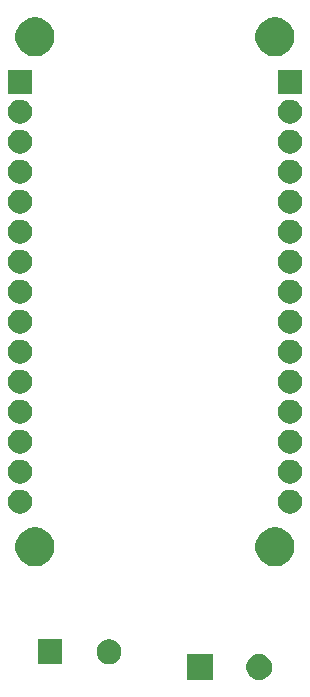
<source format=gbs>
G04 #@! TF.GenerationSoftware,KiCad,Pcbnew,5.1.5+dfsg1-2build2*
G04 #@! TF.CreationDate,2022-10-24T00:29:02+02:00*
G04 #@! TF.ProjectId,MBus_to_radio,4d427573-5f74-46f5-9f72-6164696f2e6b,rev?*
G04 #@! TF.SameCoordinates,Original*
G04 #@! TF.FileFunction,Soldermask,Bot*
G04 #@! TF.FilePolarity,Negative*
%FSLAX46Y46*%
G04 Gerber Fmt 4.6, Leading zero omitted, Abs format (unit mm)*
G04 Created by KiCad (PCBNEW 5.1.5+dfsg1-2build2) date 2022-10-24 00:29:02*
%MOMM*%
%LPD*%
G04 APERTURE LIST*
%ADD10C,0.100000*%
G04 APERTURE END LIST*
D10*
G36*
X118244794Y-110680155D02*
G01*
X118351150Y-110701311D01*
X118451334Y-110742809D01*
X118551520Y-110784307D01*
X118731844Y-110904795D01*
X118885205Y-111058156D01*
X119005693Y-111238480D01*
X119005693Y-111238481D01*
X119081455Y-111421385D01*
X119088689Y-111438851D01*
X119131000Y-111651560D01*
X119131000Y-111868440D01*
X119088689Y-112081149D01*
X119005693Y-112281520D01*
X118885205Y-112461844D01*
X118731844Y-112615205D01*
X118551520Y-112735693D01*
X118451334Y-112777191D01*
X118351150Y-112818689D01*
X118244795Y-112839844D01*
X118138440Y-112861000D01*
X117921560Y-112861000D01*
X117815205Y-112839844D01*
X117708850Y-112818689D01*
X117608666Y-112777191D01*
X117508480Y-112735693D01*
X117328156Y-112615205D01*
X117174795Y-112461844D01*
X117054307Y-112281520D01*
X116971311Y-112081149D01*
X116929000Y-111868440D01*
X116929000Y-111651560D01*
X116971311Y-111438851D01*
X116978546Y-111421385D01*
X117054307Y-111238481D01*
X117054307Y-111238480D01*
X117174795Y-111058156D01*
X117328156Y-110904795D01*
X117508480Y-110784307D01*
X117608666Y-110742809D01*
X117708850Y-110701311D01*
X117815206Y-110680155D01*
X117921560Y-110659000D01*
X118138440Y-110659000D01*
X118244794Y-110680155D01*
G37*
G36*
X114131000Y-112861000D02*
G01*
X111929000Y-112861000D01*
X111929000Y-110659000D01*
X114131000Y-110659000D01*
X114131000Y-112861000D01*
G37*
G36*
X105636564Y-109479389D02*
G01*
X105827833Y-109558615D01*
X105827835Y-109558616D01*
X105999973Y-109673635D01*
X106146365Y-109820027D01*
X106261385Y-109992167D01*
X106340611Y-110183436D01*
X106381000Y-110386484D01*
X106381000Y-110593516D01*
X106340611Y-110796564D01*
X106295780Y-110904795D01*
X106261384Y-110987835D01*
X106146365Y-111159973D01*
X105999973Y-111306365D01*
X105827835Y-111421384D01*
X105827834Y-111421385D01*
X105827833Y-111421385D01*
X105636564Y-111500611D01*
X105433516Y-111541000D01*
X105226484Y-111541000D01*
X105023436Y-111500611D01*
X104832167Y-111421385D01*
X104832166Y-111421385D01*
X104832165Y-111421384D01*
X104660027Y-111306365D01*
X104513635Y-111159973D01*
X104398616Y-110987835D01*
X104364220Y-110904795D01*
X104319389Y-110796564D01*
X104279000Y-110593516D01*
X104279000Y-110386484D01*
X104319389Y-110183436D01*
X104398615Y-109992167D01*
X104513635Y-109820027D01*
X104660027Y-109673635D01*
X104832165Y-109558616D01*
X104832167Y-109558615D01*
X105023436Y-109479389D01*
X105226484Y-109439000D01*
X105433516Y-109439000D01*
X105636564Y-109479389D01*
G37*
G36*
X101381000Y-111541000D02*
G01*
X99279000Y-111541000D01*
X99279000Y-109439000D01*
X101381000Y-109439000D01*
X101381000Y-111541000D01*
G37*
G36*
X119755256Y-99991298D02*
G01*
X119861579Y-100012447D01*
X120162042Y-100136903D01*
X120432451Y-100317585D01*
X120662415Y-100547549D01*
X120843097Y-100817958D01*
X120967553Y-101118421D01*
X121031000Y-101437391D01*
X121031000Y-101762609D01*
X120967553Y-102081579D01*
X120843097Y-102382042D01*
X120662415Y-102652451D01*
X120432451Y-102882415D01*
X120162042Y-103063097D01*
X119861579Y-103187553D01*
X119755256Y-103208702D01*
X119542611Y-103251000D01*
X119217389Y-103251000D01*
X119004744Y-103208702D01*
X118898421Y-103187553D01*
X118597958Y-103063097D01*
X118327549Y-102882415D01*
X118097585Y-102652451D01*
X117916903Y-102382042D01*
X117792447Y-102081579D01*
X117729000Y-101762609D01*
X117729000Y-101437391D01*
X117792447Y-101118421D01*
X117916903Y-100817958D01*
X118097585Y-100547549D01*
X118327549Y-100317585D01*
X118597958Y-100136903D01*
X118898421Y-100012447D01*
X119004744Y-99991298D01*
X119217389Y-99949000D01*
X119542611Y-99949000D01*
X119755256Y-99991298D01*
G37*
G36*
X99435256Y-99991298D02*
G01*
X99541579Y-100012447D01*
X99842042Y-100136903D01*
X100112451Y-100317585D01*
X100342415Y-100547549D01*
X100523097Y-100817958D01*
X100647553Y-101118421D01*
X100711000Y-101437391D01*
X100711000Y-101762609D01*
X100647553Y-102081579D01*
X100523097Y-102382042D01*
X100342415Y-102652451D01*
X100112451Y-102882415D01*
X99842042Y-103063097D01*
X99541579Y-103187553D01*
X99435256Y-103208702D01*
X99222611Y-103251000D01*
X98897389Y-103251000D01*
X98684744Y-103208702D01*
X98578421Y-103187553D01*
X98277958Y-103063097D01*
X98007549Y-102882415D01*
X97777585Y-102652451D01*
X97596903Y-102382042D01*
X97472447Y-102081579D01*
X97409000Y-101762609D01*
X97409000Y-101437391D01*
X97472447Y-101118421D01*
X97596903Y-100817958D01*
X97777585Y-100547549D01*
X98007549Y-100317585D01*
X98277958Y-100136903D01*
X98578421Y-100012447D01*
X98684744Y-99991298D01*
X98897389Y-99949000D01*
X99222611Y-99949000D01*
X99435256Y-99991298D01*
G37*
G36*
X98020926Y-96800029D02*
G01*
X98086356Y-96813044D01*
X98271256Y-96889632D01*
X98437662Y-97000821D01*
X98579179Y-97142338D01*
X98690368Y-97308744D01*
X98766956Y-97493644D01*
X98806000Y-97689933D01*
X98806000Y-97890067D01*
X98766956Y-98086356D01*
X98690368Y-98271256D01*
X98579179Y-98437662D01*
X98437662Y-98579179D01*
X98271256Y-98690368D01*
X98086356Y-98766956D01*
X98020926Y-98779971D01*
X97890069Y-98806000D01*
X97689931Y-98806000D01*
X97559074Y-98779971D01*
X97493644Y-98766956D01*
X97308744Y-98690368D01*
X97142338Y-98579179D01*
X97000821Y-98437662D01*
X96889632Y-98271256D01*
X96813044Y-98086356D01*
X96774000Y-97890067D01*
X96774000Y-97689933D01*
X96813044Y-97493644D01*
X96889632Y-97308744D01*
X97000821Y-97142338D01*
X97142338Y-97000821D01*
X97308744Y-96889632D01*
X97493644Y-96813044D01*
X97559074Y-96800029D01*
X97689931Y-96774000D01*
X97890069Y-96774000D01*
X98020926Y-96800029D01*
G37*
G36*
X120880926Y-96800029D02*
G01*
X120946356Y-96813044D01*
X121131256Y-96889632D01*
X121297662Y-97000821D01*
X121439179Y-97142338D01*
X121550368Y-97308744D01*
X121626956Y-97493644D01*
X121666000Y-97689933D01*
X121666000Y-97890067D01*
X121626956Y-98086356D01*
X121550368Y-98271256D01*
X121439179Y-98437662D01*
X121297662Y-98579179D01*
X121131256Y-98690368D01*
X120946356Y-98766956D01*
X120880926Y-98779971D01*
X120750069Y-98806000D01*
X120549931Y-98806000D01*
X120419074Y-98779971D01*
X120353644Y-98766956D01*
X120168744Y-98690368D01*
X120002338Y-98579179D01*
X119860821Y-98437662D01*
X119749632Y-98271256D01*
X119673044Y-98086356D01*
X119634000Y-97890067D01*
X119634000Y-97689933D01*
X119673044Y-97493644D01*
X119749632Y-97308744D01*
X119860821Y-97142338D01*
X120002338Y-97000821D01*
X120168744Y-96889632D01*
X120353644Y-96813044D01*
X120419074Y-96800029D01*
X120549931Y-96774000D01*
X120750069Y-96774000D01*
X120880926Y-96800029D01*
G37*
G36*
X98020926Y-94260029D02*
G01*
X98086356Y-94273044D01*
X98271256Y-94349632D01*
X98437662Y-94460821D01*
X98579179Y-94602338D01*
X98690368Y-94768744D01*
X98766956Y-94953644D01*
X98806000Y-95149933D01*
X98806000Y-95350067D01*
X98766956Y-95546356D01*
X98690368Y-95731256D01*
X98579179Y-95897662D01*
X98437662Y-96039179D01*
X98271256Y-96150368D01*
X98086356Y-96226956D01*
X98020926Y-96239971D01*
X97890069Y-96266000D01*
X97689931Y-96266000D01*
X97559074Y-96239971D01*
X97493644Y-96226956D01*
X97308744Y-96150368D01*
X97142338Y-96039179D01*
X97000821Y-95897662D01*
X96889632Y-95731256D01*
X96813044Y-95546356D01*
X96774000Y-95350067D01*
X96774000Y-95149933D01*
X96813044Y-94953644D01*
X96889632Y-94768744D01*
X97000821Y-94602338D01*
X97142338Y-94460821D01*
X97308744Y-94349632D01*
X97493644Y-94273044D01*
X97559074Y-94260029D01*
X97689931Y-94234000D01*
X97890069Y-94234000D01*
X98020926Y-94260029D01*
G37*
G36*
X120880926Y-94260029D02*
G01*
X120946356Y-94273044D01*
X121131256Y-94349632D01*
X121297662Y-94460821D01*
X121439179Y-94602338D01*
X121550368Y-94768744D01*
X121626956Y-94953644D01*
X121666000Y-95149933D01*
X121666000Y-95350067D01*
X121626956Y-95546356D01*
X121550368Y-95731256D01*
X121439179Y-95897662D01*
X121297662Y-96039179D01*
X121131256Y-96150368D01*
X120946356Y-96226956D01*
X120880926Y-96239971D01*
X120750069Y-96266000D01*
X120549931Y-96266000D01*
X120419074Y-96239971D01*
X120353644Y-96226956D01*
X120168744Y-96150368D01*
X120002338Y-96039179D01*
X119860821Y-95897662D01*
X119749632Y-95731256D01*
X119673044Y-95546356D01*
X119634000Y-95350067D01*
X119634000Y-95149933D01*
X119673044Y-94953644D01*
X119749632Y-94768744D01*
X119860821Y-94602338D01*
X120002338Y-94460821D01*
X120168744Y-94349632D01*
X120353644Y-94273044D01*
X120419074Y-94260029D01*
X120549931Y-94234000D01*
X120750069Y-94234000D01*
X120880926Y-94260029D01*
G37*
G36*
X98020926Y-91720029D02*
G01*
X98086356Y-91733044D01*
X98271256Y-91809632D01*
X98437662Y-91920821D01*
X98579179Y-92062338D01*
X98690368Y-92228744D01*
X98766956Y-92413644D01*
X98806000Y-92609933D01*
X98806000Y-92810067D01*
X98766956Y-93006356D01*
X98690368Y-93191256D01*
X98579179Y-93357662D01*
X98437662Y-93499179D01*
X98271256Y-93610368D01*
X98086356Y-93686956D01*
X98020926Y-93699971D01*
X97890069Y-93726000D01*
X97689931Y-93726000D01*
X97559074Y-93699971D01*
X97493644Y-93686956D01*
X97308744Y-93610368D01*
X97142338Y-93499179D01*
X97000821Y-93357662D01*
X96889632Y-93191256D01*
X96813044Y-93006356D01*
X96774000Y-92810067D01*
X96774000Y-92609933D01*
X96813044Y-92413644D01*
X96889632Y-92228744D01*
X97000821Y-92062338D01*
X97142338Y-91920821D01*
X97308744Y-91809632D01*
X97493644Y-91733044D01*
X97559074Y-91720029D01*
X97689931Y-91694000D01*
X97890069Y-91694000D01*
X98020926Y-91720029D01*
G37*
G36*
X120880926Y-91720029D02*
G01*
X120946356Y-91733044D01*
X121131256Y-91809632D01*
X121297662Y-91920821D01*
X121439179Y-92062338D01*
X121550368Y-92228744D01*
X121626956Y-92413644D01*
X121666000Y-92609933D01*
X121666000Y-92810067D01*
X121626956Y-93006356D01*
X121550368Y-93191256D01*
X121439179Y-93357662D01*
X121297662Y-93499179D01*
X121131256Y-93610368D01*
X120946356Y-93686956D01*
X120880926Y-93699971D01*
X120750069Y-93726000D01*
X120549931Y-93726000D01*
X120419074Y-93699971D01*
X120353644Y-93686956D01*
X120168744Y-93610368D01*
X120002338Y-93499179D01*
X119860821Y-93357662D01*
X119749632Y-93191256D01*
X119673044Y-93006356D01*
X119634000Y-92810067D01*
X119634000Y-92609933D01*
X119673044Y-92413644D01*
X119749632Y-92228744D01*
X119860821Y-92062338D01*
X120002338Y-91920821D01*
X120168744Y-91809632D01*
X120353644Y-91733044D01*
X120419074Y-91720029D01*
X120549931Y-91694000D01*
X120750069Y-91694000D01*
X120880926Y-91720029D01*
G37*
G36*
X120880926Y-89180029D02*
G01*
X120946356Y-89193044D01*
X121131256Y-89269632D01*
X121297662Y-89380821D01*
X121439179Y-89522338D01*
X121550368Y-89688744D01*
X121626956Y-89873644D01*
X121666000Y-90069933D01*
X121666000Y-90270067D01*
X121626956Y-90466356D01*
X121550368Y-90651256D01*
X121439179Y-90817662D01*
X121297662Y-90959179D01*
X121131256Y-91070368D01*
X120946356Y-91146956D01*
X120880926Y-91159971D01*
X120750069Y-91186000D01*
X120549931Y-91186000D01*
X120419074Y-91159971D01*
X120353644Y-91146956D01*
X120168744Y-91070368D01*
X120002338Y-90959179D01*
X119860821Y-90817662D01*
X119749632Y-90651256D01*
X119673044Y-90466356D01*
X119634000Y-90270067D01*
X119634000Y-90069933D01*
X119673044Y-89873644D01*
X119749632Y-89688744D01*
X119860821Y-89522338D01*
X120002338Y-89380821D01*
X120168744Y-89269632D01*
X120353644Y-89193044D01*
X120419074Y-89180029D01*
X120549931Y-89154000D01*
X120750069Y-89154000D01*
X120880926Y-89180029D01*
G37*
G36*
X98020926Y-89180029D02*
G01*
X98086356Y-89193044D01*
X98271256Y-89269632D01*
X98437662Y-89380821D01*
X98579179Y-89522338D01*
X98690368Y-89688744D01*
X98766956Y-89873644D01*
X98806000Y-90069933D01*
X98806000Y-90270067D01*
X98766956Y-90466356D01*
X98690368Y-90651256D01*
X98579179Y-90817662D01*
X98437662Y-90959179D01*
X98271256Y-91070368D01*
X98086356Y-91146956D01*
X98020926Y-91159971D01*
X97890069Y-91186000D01*
X97689931Y-91186000D01*
X97559074Y-91159971D01*
X97493644Y-91146956D01*
X97308744Y-91070368D01*
X97142338Y-90959179D01*
X97000821Y-90817662D01*
X96889632Y-90651256D01*
X96813044Y-90466356D01*
X96774000Y-90270067D01*
X96774000Y-90069933D01*
X96813044Y-89873644D01*
X96889632Y-89688744D01*
X97000821Y-89522338D01*
X97142338Y-89380821D01*
X97308744Y-89269632D01*
X97493644Y-89193044D01*
X97559074Y-89180029D01*
X97689931Y-89154000D01*
X97890069Y-89154000D01*
X98020926Y-89180029D01*
G37*
G36*
X98020926Y-86640029D02*
G01*
X98086356Y-86653044D01*
X98271256Y-86729632D01*
X98437662Y-86840821D01*
X98579179Y-86982338D01*
X98690368Y-87148744D01*
X98766956Y-87333644D01*
X98806000Y-87529933D01*
X98806000Y-87730067D01*
X98766956Y-87926356D01*
X98690368Y-88111256D01*
X98579179Y-88277662D01*
X98437662Y-88419179D01*
X98271256Y-88530368D01*
X98086356Y-88606956D01*
X98020926Y-88619971D01*
X97890069Y-88646000D01*
X97689931Y-88646000D01*
X97559074Y-88619971D01*
X97493644Y-88606956D01*
X97308744Y-88530368D01*
X97142338Y-88419179D01*
X97000821Y-88277662D01*
X96889632Y-88111256D01*
X96813044Y-87926356D01*
X96774000Y-87730067D01*
X96774000Y-87529933D01*
X96813044Y-87333644D01*
X96889632Y-87148744D01*
X97000821Y-86982338D01*
X97142338Y-86840821D01*
X97308744Y-86729632D01*
X97493644Y-86653044D01*
X97559074Y-86640029D01*
X97689931Y-86614000D01*
X97890069Y-86614000D01*
X98020926Y-86640029D01*
G37*
G36*
X120880926Y-86640029D02*
G01*
X120946356Y-86653044D01*
X121131256Y-86729632D01*
X121297662Y-86840821D01*
X121439179Y-86982338D01*
X121550368Y-87148744D01*
X121626956Y-87333644D01*
X121666000Y-87529933D01*
X121666000Y-87730067D01*
X121626956Y-87926356D01*
X121550368Y-88111256D01*
X121439179Y-88277662D01*
X121297662Y-88419179D01*
X121131256Y-88530368D01*
X120946356Y-88606956D01*
X120880926Y-88619971D01*
X120750069Y-88646000D01*
X120549931Y-88646000D01*
X120419074Y-88619971D01*
X120353644Y-88606956D01*
X120168744Y-88530368D01*
X120002338Y-88419179D01*
X119860821Y-88277662D01*
X119749632Y-88111256D01*
X119673044Y-87926356D01*
X119634000Y-87730067D01*
X119634000Y-87529933D01*
X119673044Y-87333644D01*
X119749632Y-87148744D01*
X119860821Y-86982338D01*
X120002338Y-86840821D01*
X120168744Y-86729632D01*
X120353644Y-86653044D01*
X120419074Y-86640029D01*
X120549931Y-86614000D01*
X120750069Y-86614000D01*
X120880926Y-86640029D01*
G37*
G36*
X120880926Y-84100029D02*
G01*
X120946356Y-84113044D01*
X121131256Y-84189632D01*
X121297662Y-84300821D01*
X121439179Y-84442338D01*
X121550368Y-84608744D01*
X121626956Y-84793644D01*
X121666000Y-84989933D01*
X121666000Y-85190067D01*
X121626956Y-85386356D01*
X121550368Y-85571256D01*
X121439179Y-85737662D01*
X121297662Y-85879179D01*
X121131256Y-85990368D01*
X120946356Y-86066956D01*
X120880926Y-86079971D01*
X120750069Y-86106000D01*
X120549931Y-86106000D01*
X120419074Y-86079971D01*
X120353644Y-86066956D01*
X120168744Y-85990368D01*
X120002338Y-85879179D01*
X119860821Y-85737662D01*
X119749632Y-85571256D01*
X119673044Y-85386356D01*
X119634000Y-85190067D01*
X119634000Y-84989933D01*
X119673044Y-84793644D01*
X119749632Y-84608744D01*
X119860821Y-84442338D01*
X120002338Y-84300821D01*
X120168744Y-84189632D01*
X120353644Y-84113044D01*
X120419074Y-84100029D01*
X120549931Y-84074000D01*
X120750069Y-84074000D01*
X120880926Y-84100029D01*
G37*
G36*
X98020926Y-84100029D02*
G01*
X98086356Y-84113044D01*
X98271256Y-84189632D01*
X98437662Y-84300821D01*
X98579179Y-84442338D01*
X98690368Y-84608744D01*
X98766956Y-84793644D01*
X98806000Y-84989933D01*
X98806000Y-85190067D01*
X98766956Y-85386356D01*
X98690368Y-85571256D01*
X98579179Y-85737662D01*
X98437662Y-85879179D01*
X98271256Y-85990368D01*
X98086356Y-86066956D01*
X98020926Y-86079971D01*
X97890069Y-86106000D01*
X97689931Y-86106000D01*
X97559074Y-86079971D01*
X97493644Y-86066956D01*
X97308744Y-85990368D01*
X97142338Y-85879179D01*
X97000821Y-85737662D01*
X96889632Y-85571256D01*
X96813044Y-85386356D01*
X96774000Y-85190067D01*
X96774000Y-84989933D01*
X96813044Y-84793644D01*
X96889632Y-84608744D01*
X97000821Y-84442338D01*
X97142338Y-84300821D01*
X97308744Y-84189632D01*
X97493644Y-84113044D01*
X97559074Y-84100029D01*
X97689931Y-84074000D01*
X97890069Y-84074000D01*
X98020926Y-84100029D01*
G37*
G36*
X120880926Y-81560029D02*
G01*
X120946356Y-81573044D01*
X121131256Y-81649632D01*
X121297662Y-81760821D01*
X121439179Y-81902338D01*
X121550368Y-82068744D01*
X121626956Y-82253644D01*
X121666000Y-82449933D01*
X121666000Y-82650067D01*
X121626956Y-82846356D01*
X121550368Y-83031256D01*
X121439179Y-83197662D01*
X121297662Y-83339179D01*
X121131256Y-83450368D01*
X120946356Y-83526956D01*
X120880926Y-83539971D01*
X120750069Y-83566000D01*
X120549931Y-83566000D01*
X120419074Y-83539971D01*
X120353644Y-83526956D01*
X120168744Y-83450368D01*
X120002338Y-83339179D01*
X119860821Y-83197662D01*
X119749632Y-83031256D01*
X119673044Y-82846356D01*
X119634000Y-82650067D01*
X119634000Y-82449933D01*
X119673044Y-82253644D01*
X119749632Y-82068744D01*
X119860821Y-81902338D01*
X120002338Y-81760821D01*
X120168744Y-81649632D01*
X120353644Y-81573044D01*
X120419074Y-81560029D01*
X120549931Y-81534000D01*
X120750069Y-81534000D01*
X120880926Y-81560029D01*
G37*
G36*
X98020926Y-81560029D02*
G01*
X98086356Y-81573044D01*
X98271256Y-81649632D01*
X98437662Y-81760821D01*
X98579179Y-81902338D01*
X98690368Y-82068744D01*
X98766956Y-82253644D01*
X98806000Y-82449933D01*
X98806000Y-82650067D01*
X98766956Y-82846356D01*
X98690368Y-83031256D01*
X98579179Y-83197662D01*
X98437662Y-83339179D01*
X98271256Y-83450368D01*
X98086356Y-83526956D01*
X98020926Y-83539971D01*
X97890069Y-83566000D01*
X97689931Y-83566000D01*
X97559074Y-83539971D01*
X97493644Y-83526956D01*
X97308744Y-83450368D01*
X97142338Y-83339179D01*
X97000821Y-83197662D01*
X96889632Y-83031256D01*
X96813044Y-82846356D01*
X96774000Y-82650067D01*
X96774000Y-82449933D01*
X96813044Y-82253644D01*
X96889632Y-82068744D01*
X97000821Y-81902338D01*
X97142338Y-81760821D01*
X97308744Y-81649632D01*
X97493644Y-81573044D01*
X97559074Y-81560029D01*
X97689931Y-81534000D01*
X97890069Y-81534000D01*
X98020926Y-81560029D01*
G37*
G36*
X98020926Y-79020029D02*
G01*
X98086356Y-79033044D01*
X98271256Y-79109632D01*
X98437662Y-79220821D01*
X98579179Y-79362338D01*
X98690368Y-79528744D01*
X98766956Y-79713644D01*
X98806000Y-79909933D01*
X98806000Y-80110067D01*
X98766956Y-80306356D01*
X98690368Y-80491256D01*
X98579179Y-80657662D01*
X98437662Y-80799179D01*
X98271256Y-80910368D01*
X98086356Y-80986956D01*
X98020926Y-80999971D01*
X97890069Y-81026000D01*
X97689931Y-81026000D01*
X97559074Y-80999971D01*
X97493644Y-80986956D01*
X97308744Y-80910368D01*
X97142338Y-80799179D01*
X97000821Y-80657662D01*
X96889632Y-80491256D01*
X96813044Y-80306356D01*
X96774000Y-80110067D01*
X96774000Y-79909933D01*
X96813044Y-79713644D01*
X96889632Y-79528744D01*
X97000821Y-79362338D01*
X97142338Y-79220821D01*
X97308744Y-79109632D01*
X97493644Y-79033044D01*
X97559074Y-79020029D01*
X97689931Y-78994000D01*
X97890069Y-78994000D01*
X98020926Y-79020029D01*
G37*
G36*
X120880926Y-79020029D02*
G01*
X120946356Y-79033044D01*
X121131256Y-79109632D01*
X121297662Y-79220821D01*
X121439179Y-79362338D01*
X121550368Y-79528744D01*
X121626956Y-79713644D01*
X121666000Y-79909933D01*
X121666000Y-80110067D01*
X121626956Y-80306356D01*
X121550368Y-80491256D01*
X121439179Y-80657662D01*
X121297662Y-80799179D01*
X121131256Y-80910368D01*
X120946356Y-80986956D01*
X120880926Y-80999971D01*
X120750069Y-81026000D01*
X120549931Y-81026000D01*
X120419074Y-80999971D01*
X120353644Y-80986956D01*
X120168744Y-80910368D01*
X120002338Y-80799179D01*
X119860821Y-80657662D01*
X119749632Y-80491256D01*
X119673044Y-80306356D01*
X119634000Y-80110067D01*
X119634000Y-79909933D01*
X119673044Y-79713644D01*
X119749632Y-79528744D01*
X119860821Y-79362338D01*
X120002338Y-79220821D01*
X120168744Y-79109632D01*
X120353644Y-79033044D01*
X120419074Y-79020029D01*
X120549931Y-78994000D01*
X120750069Y-78994000D01*
X120880926Y-79020029D01*
G37*
G36*
X120880926Y-76480029D02*
G01*
X120946356Y-76493044D01*
X121131256Y-76569632D01*
X121297662Y-76680821D01*
X121439179Y-76822338D01*
X121550368Y-76988744D01*
X121626956Y-77173644D01*
X121666000Y-77369933D01*
X121666000Y-77570067D01*
X121626956Y-77766356D01*
X121550368Y-77951256D01*
X121439179Y-78117662D01*
X121297662Y-78259179D01*
X121131256Y-78370368D01*
X120946356Y-78446956D01*
X120880926Y-78459971D01*
X120750069Y-78486000D01*
X120549931Y-78486000D01*
X120419074Y-78459971D01*
X120353644Y-78446956D01*
X120168744Y-78370368D01*
X120002338Y-78259179D01*
X119860821Y-78117662D01*
X119749632Y-77951256D01*
X119673044Y-77766356D01*
X119634000Y-77570067D01*
X119634000Y-77369933D01*
X119673044Y-77173644D01*
X119749632Y-76988744D01*
X119860821Y-76822338D01*
X120002338Y-76680821D01*
X120168744Y-76569632D01*
X120353644Y-76493044D01*
X120419074Y-76480029D01*
X120549931Y-76454000D01*
X120750069Y-76454000D01*
X120880926Y-76480029D01*
G37*
G36*
X98020926Y-76480029D02*
G01*
X98086356Y-76493044D01*
X98271256Y-76569632D01*
X98437662Y-76680821D01*
X98579179Y-76822338D01*
X98690368Y-76988744D01*
X98766956Y-77173644D01*
X98806000Y-77369933D01*
X98806000Y-77570067D01*
X98766956Y-77766356D01*
X98690368Y-77951256D01*
X98579179Y-78117662D01*
X98437662Y-78259179D01*
X98271256Y-78370368D01*
X98086356Y-78446956D01*
X98020926Y-78459971D01*
X97890069Y-78486000D01*
X97689931Y-78486000D01*
X97559074Y-78459971D01*
X97493644Y-78446956D01*
X97308744Y-78370368D01*
X97142338Y-78259179D01*
X97000821Y-78117662D01*
X96889632Y-77951256D01*
X96813044Y-77766356D01*
X96774000Y-77570067D01*
X96774000Y-77369933D01*
X96813044Y-77173644D01*
X96889632Y-76988744D01*
X97000821Y-76822338D01*
X97142338Y-76680821D01*
X97308744Y-76569632D01*
X97493644Y-76493044D01*
X97559074Y-76480029D01*
X97689931Y-76454000D01*
X97890069Y-76454000D01*
X98020926Y-76480029D01*
G37*
G36*
X120880926Y-73940029D02*
G01*
X120946356Y-73953044D01*
X121131256Y-74029632D01*
X121297662Y-74140821D01*
X121439179Y-74282338D01*
X121550368Y-74448744D01*
X121626956Y-74633644D01*
X121666000Y-74829933D01*
X121666000Y-75030067D01*
X121626956Y-75226356D01*
X121550368Y-75411256D01*
X121439179Y-75577662D01*
X121297662Y-75719179D01*
X121131256Y-75830368D01*
X120946356Y-75906956D01*
X120880926Y-75919971D01*
X120750069Y-75946000D01*
X120549931Y-75946000D01*
X120419074Y-75919971D01*
X120353644Y-75906956D01*
X120168744Y-75830368D01*
X120002338Y-75719179D01*
X119860821Y-75577662D01*
X119749632Y-75411256D01*
X119673044Y-75226356D01*
X119634000Y-75030067D01*
X119634000Y-74829933D01*
X119673044Y-74633644D01*
X119749632Y-74448744D01*
X119860821Y-74282338D01*
X120002338Y-74140821D01*
X120168744Y-74029632D01*
X120353644Y-73953044D01*
X120419074Y-73940029D01*
X120549931Y-73914000D01*
X120750069Y-73914000D01*
X120880926Y-73940029D01*
G37*
G36*
X98020926Y-73940029D02*
G01*
X98086356Y-73953044D01*
X98271256Y-74029632D01*
X98437662Y-74140821D01*
X98579179Y-74282338D01*
X98690368Y-74448744D01*
X98766956Y-74633644D01*
X98806000Y-74829933D01*
X98806000Y-75030067D01*
X98766956Y-75226356D01*
X98690368Y-75411256D01*
X98579179Y-75577662D01*
X98437662Y-75719179D01*
X98271256Y-75830368D01*
X98086356Y-75906956D01*
X98020926Y-75919971D01*
X97890069Y-75946000D01*
X97689931Y-75946000D01*
X97559074Y-75919971D01*
X97493644Y-75906956D01*
X97308744Y-75830368D01*
X97142338Y-75719179D01*
X97000821Y-75577662D01*
X96889632Y-75411256D01*
X96813044Y-75226356D01*
X96774000Y-75030067D01*
X96774000Y-74829933D01*
X96813044Y-74633644D01*
X96889632Y-74448744D01*
X97000821Y-74282338D01*
X97142338Y-74140821D01*
X97308744Y-74029632D01*
X97493644Y-73953044D01*
X97559074Y-73940029D01*
X97689931Y-73914000D01*
X97890069Y-73914000D01*
X98020926Y-73940029D01*
G37*
G36*
X120880926Y-71400029D02*
G01*
X120946356Y-71413044D01*
X121131256Y-71489632D01*
X121297662Y-71600821D01*
X121439179Y-71742338D01*
X121550368Y-71908744D01*
X121626956Y-72093644D01*
X121666000Y-72289933D01*
X121666000Y-72490067D01*
X121626956Y-72686356D01*
X121550368Y-72871256D01*
X121439179Y-73037662D01*
X121297662Y-73179179D01*
X121131256Y-73290368D01*
X120946356Y-73366956D01*
X120880926Y-73379971D01*
X120750069Y-73406000D01*
X120549931Y-73406000D01*
X120419074Y-73379971D01*
X120353644Y-73366956D01*
X120168744Y-73290368D01*
X120002338Y-73179179D01*
X119860821Y-73037662D01*
X119749632Y-72871256D01*
X119673044Y-72686356D01*
X119634000Y-72490067D01*
X119634000Y-72289933D01*
X119673044Y-72093644D01*
X119749632Y-71908744D01*
X119860821Y-71742338D01*
X120002338Y-71600821D01*
X120168744Y-71489632D01*
X120353644Y-71413044D01*
X120419074Y-71400029D01*
X120549931Y-71374000D01*
X120750069Y-71374000D01*
X120880926Y-71400029D01*
G37*
G36*
X98020926Y-71400029D02*
G01*
X98086356Y-71413044D01*
X98271256Y-71489632D01*
X98437662Y-71600821D01*
X98579179Y-71742338D01*
X98690368Y-71908744D01*
X98766956Y-72093644D01*
X98806000Y-72289933D01*
X98806000Y-72490067D01*
X98766956Y-72686356D01*
X98690368Y-72871256D01*
X98579179Y-73037662D01*
X98437662Y-73179179D01*
X98271256Y-73290368D01*
X98086356Y-73366956D01*
X98020926Y-73379971D01*
X97890069Y-73406000D01*
X97689931Y-73406000D01*
X97559074Y-73379971D01*
X97493644Y-73366956D01*
X97308744Y-73290368D01*
X97142338Y-73179179D01*
X97000821Y-73037662D01*
X96889632Y-72871256D01*
X96813044Y-72686356D01*
X96774000Y-72490067D01*
X96774000Y-72289933D01*
X96813044Y-72093644D01*
X96889632Y-71908744D01*
X97000821Y-71742338D01*
X97142338Y-71600821D01*
X97308744Y-71489632D01*
X97493644Y-71413044D01*
X97559074Y-71400029D01*
X97689931Y-71374000D01*
X97890069Y-71374000D01*
X98020926Y-71400029D01*
G37*
G36*
X120880926Y-68860029D02*
G01*
X120946356Y-68873044D01*
X121131256Y-68949632D01*
X121297662Y-69060821D01*
X121439179Y-69202338D01*
X121550368Y-69368744D01*
X121626956Y-69553644D01*
X121666000Y-69749933D01*
X121666000Y-69950067D01*
X121626956Y-70146356D01*
X121550368Y-70331256D01*
X121439179Y-70497662D01*
X121297662Y-70639179D01*
X121131256Y-70750368D01*
X120946356Y-70826956D01*
X120880926Y-70839971D01*
X120750069Y-70866000D01*
X120549931Y-70866000D01*
X120419074Y-70839971D01*
X120353644Y-70826956D01*
X120168744Y-70750368D01*
X120002338Y-70639179D01*
X119860821Y-70497662D01*
X119749632Y-70331256D01*
X119673044Y-70146356D01*
X119634000Y-69950067D01*
X119634000Y-69749933D01*
X119673044Y-69553644D01*
X119749632Y-69368744D01*
X119860821Y-69202338D01*
X120002338Y-69060821D01*
X120168744Y-68949632D01*
X120353644Y-68873044D01*
X120419074Y-68860029D01*
X120549931Y-68834000D01*
X120750069Y-68834000D01*
X120880926Y-68860029D01*
G37*
G36*
X98020926Y-68860029D02*
G01*
X98086356Y-68873044D01*
X98271256Y-68949632D01*
X98437662Y-69060821D01*
X98579179Y-69202338D01*
X98690368Y-69368744D01*
X98766956Y-69553644D01*
X98806000Y-69749933D01*
X98806000Y-69950067D01*
X98766956Y-70146356D01*
X98690368Y-70331256D01*
X98579179Y-70497662D01*
X98437662Y-70639179D01*
X98271256Y-70750368D01*
X98086356Y-70826956D01*
X98020926Y-70839971D01*
X97890069Y-70866000D01*
X97689931Y-70866000D01*
X97559074Y-70839971D01*
X97493644Y-70826956D01*
X97308744Y-70750368D01*
X97142338Y-70639179D01*
X97000821Y-70497662D01*
X96889632Y-70331256D01*
X96813044Y-70146356D01*
X96774000Y-69950067D01*
X96774000Y-69749933D01*
X96813044Y-69553644D01*
X96889632Y-69368744D01*
X97000821Y-69202338D01*
X97142338Y-69060821D01*
X97308744Y-68949632D01*
X97493644Y-68873044D01*
X97559074Y-68860029D01*
X97689931Y-68834000D01*
X97890069Y-68834000D01*
X98020926Y-68860029D01*
G37*
G36*
X120880926Y-66320029D02*
G01*
X120946356Y-66333044D01*
X121131256Y-66409632D01*
X121297662Y-66520821D01*
X121439179Y-66662338D01*
X121550368Y-66828744D01*
X121626956Y-67013644D01*
X121666000Y-67209933D01*
X121666000Y-67410067D01*
X121626956Y-67606356D01*
X121550368Y-67791256D01*
X121439179Y-67957662D01*
X121297662Y-68099179D01*
X121131256Y-68210368D01*
X120946356Y-68286956D01*
X120880926Y-68299971D01*
X120750069Y-68326000D01*
X120549931Y-68326000D01*
X120419074Y-68299971D01*
X120353644Y-68286956D01*
X120168744Y-68210368D01*
X120002338Y-68099179D01*
X119860821Y-67957662D01*
X119749632Y-67791256D01*
X119673044Y-67606356D01*
X119634000Y-67410067D01*
X119634000Y-67209933D01*
X119673044Y-67013644D01*
X119749632Y-66828744D01*
X119860821Y-66662338D01*
X120002338Y-66520821D01*
X120168744Y-66409632D01*
X120353644Y-66333044D01*
X120419074Y-66320029D01*
X120549931Y-66294000D01*
X120750069Y-66294000D01*
X120880926Y-66320029D01*
G37*
G36*
X98020926Y-66320029D02*
G01*
X98086356Y-66333044D01*
X98271256Y-66409632D01*
X98437662Y-66520821D01*
X98579179Y-66662338D01*
X98690368Y-66828744D01*
X98766956Y-67013644D01*
X98806000Y-67209933D01*
X98806000Y-67410067D01*
X98766956Y-67606356D01*
X98690368Y-67791256D01*
X98579179Y-67957662D01*
X98437662Y-68099179D01*
X98271256Y-68210368D01*
X98086356Y-68286956D01*
X98020926Y-68299971D01*
X97890069Y-68326000D01*
X97689931Y-68326000D01*
X97559074Y-68299971D01*
X97493644Y-68286956D01*
X97308744Y-68210368D01*
X97142338Y-68099179D01*
X97000821Y-67957662D01*
X96889632Y-67791256D01*
X96813044Y-67606356D01*
X96774000Y-67410067D01*
X96774000Y-67209933D01*
X96813044Y-67013644D01*
X96889632Y-66828744D01*
X97000821Y-66662338D01*
X97142338Y-66520821D01*
X97308744Y-66409632D01*
X97493644Y-66333044D01*
X97559074Y-66320029D01*
X97689931Y-66294000D01*
X97890069Y-66294000D01*
X98020926Y-66320029D01*
G37*
G36*
X120880926Y-63780029D02*
G01*
X120946356Y-63793044D01*
X121131256Y-63869632D01*
X121297662Y-63980821D01*
X121439179Y-64122338D01*
X121550368Y-64288744D01*
X121626956Y-64473644D01*
X121666000Y-64669933D01*
X121666000Y-64870067D01*
X121626956Y-65066356D01*
X121550368Y-65251256D01*
X121439179Y-65417662D01*
X121297662Y-65559179D01*
X121131256Y-65670368D01*
X120946356Y-65746956D01*
X120880926Y-65759971D01*
X120750069Y-65786000D01*
X120549931Y-65786000D01*
X120419074Y-65759971D01*
X120353644Y-65746956D01*
X120168744Y-65670368D01*
X120002338Y-65559179D01*
X119860821Y-65417662D01*
X119749632Y-65251256D01*
X119673044Y-65066356D01*
X119634000Y-64870067D01*
X119634000Y-64669933D01*
X119673044Y-64473644D01*
X119749632Y-64288744D01*
X119860821Y-64122338D01*
X120002338Y-63980821D01*
X120168744Y-63869632D01*
X120353644Y-63793044D01*
X120419074Y-63780029D01*
X120549931Y-63754000D01*
X120750069Y-63754000D01*
X120880926Y-63780029D01*
G37*
G36*
X98020926Y-63780029D02*
G01*
X98086356Y-63793044D01*
X98271256Y-63869632D01*
X98437662Y-63980821D01*
X98579179Y-64122338D01*
X98690368Y-64288744D01*
X98766956Y-64473644D01*
X98806000Y-64669933D01*
X98806000Y-64870067D01*
X98766956Y-65066356D01*
X98690368Y-65251256D01*
X98579179Y-65417662D01*
X98437662Y-65559179D01*
X98271256Y-65670368D01*
X98086356Y-65746956D01*
X98020926Y-65759971D01*
X97890069Y-65786000D01*
X97689931Y-65786000D01*
X97559074Y-65759971D01*
X97493644Y-65746956D01*
X97308744Y-65670368D01*
X97142338Y-65559179D01*
X97000821Y-65417662D01*
X96889632Y-65251256D01*
X96813044Y-65066356D01*
X96774000Y-64870067D01*
X96774000Y-64669933D01*
X96813044Y-64473644D01*
X96889632Y-64288744D01*
X97000821Y-64122338D01*
X97142338Y-63980821D01*
X97308744Y-63869632D01*
X97493644Y-63793044D01*
X97559074Y-63780029D01*
X97689931Y-63754000D01*
X97890069Y-63754000D01*
X98020926Y-63780029D01*
G37*
G36*
X98806000Y-63246000D02*
G01*
X96774000Y-63246000D01*
X96774000Y-61214000D01*
X98806000Y-61214000D01*
X98806000Y-63246000D01*
G37*
G36*
X121666000Y-63246000D02*
G01*
X119634000Y-63246000D01*
X119634000Y-61214000D01*
X121666000Y-61214000D01*
X121666000Y-63246000D01*
G37*
G36*
X119755256Y-56811298D02*
G01*
X119861579Y-56832447D01*
X120162042Y-56956903D01*
X120432451Y-57137585D01*
X120662415Y-57367549D01*
X120843097Y-57637958D01*
X120967553Y-57938421D01*
X121031000Y-58257391D01*
X121031000Y-58582609D01*
X120967553Y-58901579D01*
X120843097Y-59202042D01*
X120662415Y-59472451D01*
X120432451Y-59702415D01*
X120162042Y-59883097D01*
X119861579Y-60007553D01*
X119755256Y-60028702D01*
X119542611Y-60071000D01*
X119217389Y-60071000D01*
X119004744Y-60028702D01*
X118898421Y-60007553D01*
X118597958Y-59883097D01*
X118327549Y-59702415D01*
X118097585Y-59472451D01*
X117916903Y-59202042D01*
X117792447Y-58901579D01*
X117729000Y-58582609D01*
X117729000Y-58257391D01*
X117792447Y-57938421D01*
X117916903Y-57637958D01*
X118097585Y-57367549D01*
X118327549Y-57137585D01*
X118597958Y-56956903D01*
X118898421Y-56832447D01*
X119004744Y-56811298D01*
X119217389Y-56769000D01*
X119542611Y-56769000D01*
X119755256Y-56811298D01*
G37*
G36*
X99435256Y-56811298D02*
G01*
X99541579Y-56832447D01*
X99842042Y-56956903D01*
X100112451Y-57137585D01*
X100342415Y-57367549D01*
X100523097Y-57637958D01*
X100647553Y-57938421D01*
X100711000Y-58257391D01*
X100711000Y-58582609D01*
X100647553Y-58901579D01*
X100523097Y-59202042D01*
X100342415Y-59472451D01*
X100112451Y-59702415D01*
X99842042Y-59883097D01*
X99541579Y-60007553D01*
X99435256Y-60028702D01*
X99222611Y-60071000D01*
X98897389Y-60071000D01*
X98684744Y-60028702D01*
X98578421Y-60007553D01*
X98277958Y-59883097D01*
X98007549Y-59702415D01*
X97777585Y-59472451D01*
X97596903Y-59202042D01*
X97472447Y-58901579D01*
X97409000Y-58582609D01*
X97409000Y-58257391D01*
X97472447Y-57938421D01*
X97596903Y-57637958D01*
X97777585Y-57367549D01*
X98007549Y-57137585D01*
X98277958Y-56956903D01*
X98578421Y-56832447D01*
X98684744Y-56811298D01*
X98897389Y-56769000D01*
X99222611Y-56769000D01*
X99435256Y-56811298D01*
G37*
M02*

</source>
